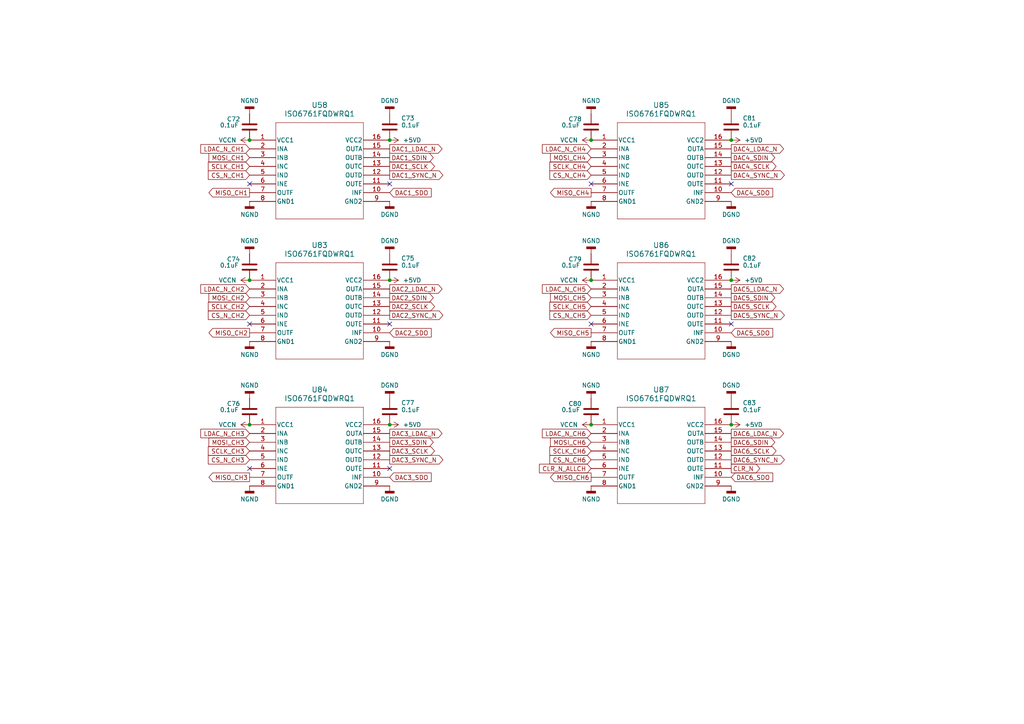
<source format=kicad_sch>
(kicad_sch (version 20250114) (generator "eeschema") (generator_version "9.0")
  (paper "A4")
  (lib_symbols
    (symbol "Device:C" (pin_numbers (hide yes)) (pin_names (offset 0.254))
      (property "Reference" "C" (at 0.635 2.54 0))
      (property "Value" "C" (at 0.635 -2.54 0))
      (symbol "C_0_1"
        (polyline (pts (xy -2.032 0.762) (xy 2.032 0.762)) (stroke (width 0.508)))
        (polyline (pts (xy -2.032 -0.762) (xy 2.032 -0.762)) (stroke (width 0.508)))
      )
      (symbol "C_1_1"
        (pin passive line (at 0 3.81 270) (length 2.794) (name "~") (number "1"))
        (pin passive line (at 0 -3.81 90) (length 2.794) (name "~") (number "2"))
      )
    )
    (symbol "ISO6761FQDWRQ1_1" (pin_names (offset 0.254))
      (property "Reference" "U58" (at 20.32 10.16 0))
      (property "Value" "ISO6761FQDWRQ1" (at 20.32 7.62 0))
      (symbol "ISO6761FQDWRQ1_1_0_1"
        (polyline (pts (xy 7.62 5.08) (xy 7.62 -22.86)) (stroke (width 0.127)))
        (polyline (pts (xy 7.62 -22.86) (xy 33.02 -22.86)) (stroke (width 0.127)))
        (polyline (pts (xy 33.02 5.08) (xy 7.62 5.08)) (stroke (width 0.127)))
        (polyline (pts (xy 33.02 -22.86) (xy 33.02 5.08)) (stroke (width 0.127)))
        (pin power_in line (at 0 0 0) (length 7.62) (name "VCC1") (number "1"))
        (pin input line (at 0 -2.54 0) (length 7.62) (name "INA") (number "2"))
        (pin input line (at 0 -5.08 0) (length 7.62) (name "INB") (number "3"))
        (pin input line (at 0 -7.62 0) (length 7.62) (name "INC") (number "4"))
        (pin input line (at 0 -10.16 0) (length 7.62) (name "IND") (number "5"))
        (pin output line (at 0 -15.24 0) (length 7.62) (name "OUTF") (number "7"))
        (pin passive line (at 0 -17.78 0) (length 7.62) (name "GND1") (number "8"))
        (pin power_in line (at 40.64 0 180) (length 7.62) (name "VCC2") (number "16"))
        (pin output line (at 40.64 -2.54 180) (length 7.62) (name "OUTA") (number "15"))
        (pin output line (at 40.64 -5.08 180) (length 7.62) (name "OUTB") (number "14"))
        (pin output line (at 40.64 -7.62 180) (length 7.62) (name "OUTC") (number "13"))
        (pin output line (at 40.64 -10.16 180) (length 7.62) (name "OUTD") (number "12"))
        (pin input line (at 40.64 -15.24 180) (length 7.62) (name "INF") (number "10"))
        (pin passive line (at 40.64 -17.78 180) (length 7.62) (name "GND2") (number "9"))
      )
      (symbol "ISO6761FQDWRQ1_1_1_1"
        (pin input line (at 0 -12.7 0) (length 7.62) (name "INE") (number "6"))
        (pin output line (at 40.64 -12.7 180) (length 7.62) (name "OUTE") (number "11"))
      )
    )
    (symbol "ISO6761FQDWRQ1_2" (pin_names (offset 0.254))
      (property "Reference" "U83" (at 20.32 10.16 0))
      (property "Value" "ISO6761FQDWRQ1" (at 20.32 7.62 0))
      (symbol "ISO6761FQDWRQ1_2_0_1"
        (polyline (pts (xy 7.62 5.08) (xy 7.62 -22.86)) (stroke (width 0.127)))
        (polyline (pts (xy 7.62 -22.86) (xy 33.02 -22.86)) (stroke (width 0.127)))
        (polyline (pts (xy 33.02 5.08) (xy 7.62 5.08)) (stroke (width 0.127)))
        (polyline (pts (xy 33.02 -22.86) (xy 33.02 5.08)) (stroke (width 0.127)))
        (pin power_in line (at 0 0 0) (length 7.62) (name "VCC1") (number "1"))
        (pin input line (at 0 -2.54 0) (length 7.62) (name "INA") (number "2"))
        (pin input line (at 0 -5.08 0) (length 7.62) (name "INB") (number "3"))
        (pin input line (at 0 -7.62 0) (length 7.62) (name "INC") (number "4"))
        (pin input line (at 0 -10.16 0) (length 7.62) (name "IND") (number "5"))
        (pin output line (at 0 -15.24 0) (length 7.62) (name "OUTF") (number "7"))
        (pin passive line (at 0 -17.78 0) (length 7.62) (name "GND1") (number "8"))
        (pin power_in line (at 40.64 0 180) (length 7.62) (name "VCC2") (number "16"))
        (pin output line (at 40.64 -2.54 180) (length 7.62) (name "OUTA") (number "15"))
        (pin output line (at 40.64 -5.08 180) (length 7.62) (name "OUTB") (number "14"))
        (pin output line (at 40.64 -7.62 180) (length 7.62) (name "OUTC") (number "13"))
        (pin output line (at 40.64 -10.16 180) (length 7.62) (name "OUTD") (number "12"))
        (pin input line (at 40.64 -15.24 180) (length 7.62) (name "INF") (number "10"))
        (pin passive line (at 40.64 -17.78 180) (length 7.62) (name "GND2") (number "9"))
      )
      (symbol "ISO6761FQDWRQ1_2_1_1"
        (pin input line (at 0 -12.7 0) (length 7.62) (name "INE") (number "6"))
        (pin output line (at 40.64 -12.7 180) (length 7.62) (name "OUTE") (number "11"))
      )
    )
    (symbol "power:+3V3" (power) (pin_numbers (hide yes)) (pin_names (offset 0) (hide yes))
      (property "Value" "+3V3" (at 0 3.556 0))
      (symbol "+3V3_0_1"
        (polyline (pts (xy -0.762 1.27) (xy 0 2.54)))
        (polyline (pts (xy 0 2.54) (xy 0.762 1.27)))
        (polyline (pts (xy 0 0) (xy 0 2.54)))
      )
      (symbol "+3V3_1_1"
        (pin power_in line (at 0 0 90) (length 0) (name "~") (number "1"))
      )
    )
    (symbol "power:GNDD" (power) (pin_numbers (hide yes)) (pin_names (offset 0) (hide yes))
      (property "Value" "GNDD" (at 0 -3.175 0))
      (symbol "GNDD_0_1"
        (rectangle (start -1.27 -1.524) (end 1.27 -2.032) (stroke (width 0.254)) (fill (type outline)))
        (polyline (pts (xy 0 0) (xy 0 -1.524)))
      )
      (symbol "GNDD_1_1"
        (pin power_in line (at 0 0 270) (length 0) (name "~") (number "1"))
      )
    )
  )
  (junction (at 113.03 81.28))
  (junction (at 212.09 40.64))
  (junction (at 171.45 40.64))
  (junction (at 113.03 40.64))
  (junction (at 212.09 81.28))
  (junction (at 212.09 123.19))
  (junction (at 72.39 123.19))
  (junction (at 171.45 123.19))
  (junction (at 72.39 81.28))
  (junction (at 171.45 81.28))
  (junction (at 72.39 40.64))
  (junction (at 113.03 123.19))
  (no_connect (at 72.39 53.34))
  (no_connect (at 113.03 53.34))
  (no_connect (at 113.03 93.98))
  (no_connect (at 212.09 93.98))
  (no_connect (at 212.09 53.34))
  (no_connect (at 171.45 93.98))
  (no_connect (at 171.45 53.34))
  (no_connect (at 72.39 93.98))
  (no_connect (at 72.39 135.89))
  (no_connect (at 113.03 135.89))
  (global_label "CS_N_CH2" (shape input) (at 72.39 91.44 180) (property "Intersheetrefs" "${INTERSHEET_REFS}" (effects (hide yes))))
  (global_label "LDAC_N_CH6" (shape input) (at 171.45 125.73 180) (property "Intersheetrefs" "${INTERSHEET_REFS}" (effects (hide yes))))
  (global_label "CS_N_CH4" (shape input) (at 171.45 50.8 180) (property "Intersheetrefs" "${INTERSHEET_REFS}" (effects (hide yes))))
  (global_label "SCLK_CH1" (shape input) (at 72.39 48.26 180) (property "Intersheetrefs" "${INTERSHEET_REFS}" (effects (hide yes))))
  (global_label "DAC4_SDIN" (shape output) (at 212.09 45.72 0) (property "Intersheetrefs" "${INTERSHEET_REFS}" (effects (hide yes))))
  (global_label "MISO_CH1" (shape output) (at 72.39 55.88 180) (property "Intersheetrefs" "${INTERSHEET_REFS}" (effects (hide yes))))
  (global_label "DAC3_SYNC_N" (shape output) (at 113.03 133.35 0) (property "Intersheetrefs" "${INTERSHEET_REFS}" (effects (hide yes))))
  (global_label "DAC1_SDIN" (shape output) (at 113.03 45.72 0) (property "Intersheetrefs" "${INTERSHEET_REFS}" (effects (hide yes))))
  (global_label "MISO_CH3" (shape output) (at 72.39 138.43 180) (property "Intersheetrefs" "${INTERSHEET_REFS}" (effects (hide yes))))
  (global_label "SCLK_CH2" (shape input) (at 72.39 88.9 180) (property "Intersheetrefs" "${INTERSHEET_REFS}" (effects (hide yes))))
  (global_label "SCLK_CH4" (shape input) (at 171.45 48.26 180) (property "Intersheetrefs" "${INTERSHEET_REFS}" (effects (hide yes))))
  (global_label "LDAC_N_CH2" (shape input) (at 72.39 83.82 180) (property "Intersheetrefs" "${INTERSHEET_REFS}" (effects (hide yes))))
  (global_label "LDAC_N_CH1" (shape input) (at 72.39 43.18 180) (property "Intersheetrefs" "${INTERSHEET_REFS}" (effects (hide yes))))
  (global_label "MOSI_CH1" (shape input) (at 72.39 45.72 180) (property "Intersheetrefs" "${INTERSHEET_REFS}" (effects (hide yes))))
  (global_label "DAC5_LDAC_N" (shape output) (at 212.09 83.82 0) (property "Intersheetrefs" "${INTERSHEET_REFS}" (effects (hide yes))))
  (global_label "DAC2_SDIN" (shape output) (at 113.03 86.36 0) (property "Intersheetrefs" "${INTERSHEET_REFS}" (effects (hide yes))))
  (global_label "CLR_N_ALLCH" (shape input) (at 171.45 135.89 180) (property "Intersheetrefs" "${INTERSHEET_REFS}" (effects (hide yes))))
  (global_label "DAC2_SCLK" (shape output) (at 113.03 88.9 0) (property "Intersheetrefs" "${INTERSHEET_REFS}" (effects (hide yes))))
  (global_label "DAC1_LDAC_N" (shape output) (at 113.03 43.18 0) (property "Intersheetrefs" "${INTERSHEET_REFS}" (effects (hide yes))))
  (global_label "DAC2_SYNC_N" (shape output) (at 113.03 91.44 0) (property "Intersheetrefs" "${INTERSHEET_REFS}" (effects (hide yes))))
  (global_label "DAC6_SYNC_N" (shape output) (at 212.09 133.35 0) (property "Intersheetrefs" "${INTERSHEET_REFS}" (effects (hide yes))))
  (global_label "DAC4_SYNC_N" (shape output) (at 212.09 50.8 0) (property "Intersheetrefs" "${INTERSHEET_REFS}" (effects (hide yes))))
  (global_label "DAC6_LDAC_N" (shape output) (at 212.09 125.73 0) (property "Intersheetrefs" "${INTERSHEET_REFS}" (effects (hide yes))))
  (global_label "CS_N_CH1" (shape input) (at 72.39 50.8 180) (property "Intersheetrefs" "${INTERSHEET_REFS}" (effects (hide yes))))
  (global_label "MISO_CH5" (shape output) (at 171.45 96.52 180) (property "Intersheetrefs" "${INTERSHEET_REFS}" (effects (hide yes))))
  (global_label "MOSI_CH3" (shape input) (at 72.39 128.27 180) (property "Intersheetrefs" "${INTERSHEET_REFS}" (effects (hide yes))))
  (global_label "DAC5_SYNC_N" (shape output) (at 212.09 91.44 0) (property "Intersheetrefs" "${INTERSHEET_REFS}" (effects (hide yes))))
  (global_label "DAC4_SCLK" (shape output) (at 212.09 48.26 0) (property "Intersheetrefs" "${INTERSHEET_REFS}" (effects (hide yes))))
  (global_label "MOSI_CH5" (shape input) (at 171.45 86.36 180) (property "Intersheetrefs" "${INTERSHEET_REFS}" (effects (hide yes))))
  (global_label "DAC5_SDO" (shape input) (at 212.09 96.52 0) (property "Intersheetrefs" "${INTERSHEET_REFS}" (effects (hide yes))))
  (global_label "LDAC_N_CH4" (shape input) (at 171.45 43.18 180) (property "Intersheetrefs" "${INTERSHEET_REFS}" (effects (hide yes))))
  (global_label "MISO_CH2" (shape output) (at 72.39 96.52 180) (property "Intersheetrefs" "${INTERSHEET_REFS}" (effects (hide yes))))
  (global_label "DAC4_LDAC_N" (shape output) (at 212.09 43.18 0) (property "Intersheetrefs" "${INTERSHEET_REFS}" (effects (hide yes))))
  (global_label "DAC6_SDIN" (shape output) (at 212.09 128.27 0) (property "Intersheetrefs" "${INTERSHEET_REFS}" (effects (hide yes))))
  (global_label "CS_N_CH3" (shape input) (at 72.39 133.35 180) (property "Intersheetrefs" "${INTERSHEET_REFS}" (effects (hide yes))))
  (global_label "SCLK_CH6" (shape input) (at 171.45 130.81 180) (property "Intersheetrefs" "${INTERSHEET_REFS}" (effects (hide yes))))
  (global_label "LDAC_N_CH5" (shape input) (at 171.45 83.82 180) (property "Intersheetrefs" "${INTERSHEET_REFS}" (effects (hide yes))))
  (global_label "DAC1_SCLK" (shape output) (at 113.03 48.26 0) (property "Intersheetrefs" "${INTERSHEET_REFS}" (effects (hide yes))))
  (global_label "DAC6_SCLK" (shape output) (at 212.09 130.81 0) (property "Intersheetrefs" "${INTERSHEET_REFS}" (effects (hide yes))))
  (global_label "DAC1_SDO" (shape input) (at 113.03 55.88 0) (property "Intersheetrefs" "${INTERSHEET_REFS}" (effects (hide yes))))
  (global_label "DAC6_SDO" (shape input) (at 212.09 138.43 0) (property "Intersheetrefs" "${INTERSHEET_REFS}" (effects (hide yes))))
  (global_label "DAC3_SDO" (shape input) (at 113.03 138.43 0) (property "Intersheetrefs" "${INTERSHEET_REFS}" (effects (hide yes))))
  (global_label "MOSI_CH4" (shape input) (at 171.45 45.72 180) (property "Intersheetrefs" "${INTERSHEET_REFS}" (effects (hide yes))))
  (global_label "DAC4_SDO" (shape input) (at 212.09 55.88 0) (property "Intersheetrefs" "${INTERSHEET_REFS}" (effects (hide yes))))
  (global_label "MOSI_CH2" (shape input) (at 72.39 86.36 180) (property "Intersheetrefs" "${INTERSHEET_REFS}" (effects (hide yes))))
  (global_label "MISO_CH4" (shape output) (at 171.45 55.88 180) (property "Intersheetrefs" "${INTERSHEET_REFS}" (effects (hide yes))))
  (global_label "DAC2_LDAC_N" (shape output) (at 113.03 83.82 0) (property "Intersheetrefs" "${INTERSHEET_REFS}" (effects (hide yes))))
  (global_label "DAC5_SCLK" (shape output) (at 212.09 88.9 0) (property "Intersheetrefs" "${INTERSHEET_REFS}" (effects (hide yes))))
  (global_label "MISO_CH6" (shape output) (at 171.45 138.43 180) (property "Intersheetrefs" "${INTERSHEET_REFS}" (effects (hide yes))))
  (global_label "DAC3_SCLK" (shape output) (at 113.03 130.81 0) (property "Intersheetrefs" "${INTERSHEET_REFS}" (effects (hide yes))))
  (global_label "CS_N_CH6" (shape input) (at 171.45 133.35 180) (property "Intersheetrefs" "${INTERSHEET_REFS}" (effects (hide yes))))
  (global_label "DAC3_LDAC_N" (shape output) (at 113.03 125.73 0) (property "Intersheetrefs" "${INTERSHEET_REFS}" (effects (hide yes))))
  (global_label "MOSI_CH6" (shape input) (at 171.45 128.27 180) (property "Intersheetrefs" "${INTERSHEET_REFS}" (effects (hide yes))))
  (global_label "DAC5_SDIN" (shape output) (at 212.09 86.36 0) (property "Intersheetrefs" "${INTERSHEET_REFS}" (effects (hide yes))))
  (global_label "DAC3_SDIN" (shape output) (at 113.03 128.27 0) (property "Intersheetrefs" "${INTERSHEET_REFS}" (effects (hide yes))))
  (global_label "CLR_N" (shape output) (at 212.09 135.89 0) (property "Intersheetrefs" "${INTERSHEET_REFS}" (effects (hide yes))))
  (global_label "CS_N_CH5" (shape input) (at 171.45 91.44 180) (property "Intersheetrefs" "${INTERSHEET_REFS}" (effects (hide yes))))
  (global_label "LDAC_N_CH3" (shape input) (at 72.39 125.73 180) (property "Intersheetrefs" "${INTERSHEET_REFS}" (effects (hide yes))))
  (global_label "DAC2_SDO" (shape input) (at 113.03 96.52 0) (property "Intersheetrefs" "${INTERSHEET_REFS}" (effects (hide yes))))
  (global_label "SCLK_CH5" (shape input) (at 171.45 88.9 180) (property "Intersheetrefs" "${INTERSHEET_REFS}" (effects (hide yes))))
  (global_label "DAC1_SYNC_N" (shape output) (at 113.03 50.8 0) (property "Intersheetrefs" "${INTERSHEET_REFS}" (effects (hide yes))))
  (global_label "SCLK_CH3" (shape input) (at 72.39 130.81 180) (property "Intersheetrefs" "${INTERSHEET_REFS}" (effects (hide yes))))
  (symbol (lib_id "power:GNDD") (at 113.03 99.06 0) (unit 1)
    (property "Reference" "#PWR0309" (effects (hide yes)))
    (property "Value" "DGND" (at 113.03 102.87 0))
    (property "Description" "Power symbol creates a global label with name \"GNDD\" , digital ground" (effects (hide yes)))
  )
  (symbol (lib_name "ISO6761FQDWRQ1_2") (lib_id "2025-11-20_00-47-15:ISO6761FQDWRQ1") (at 72.39 81.28 0) (unit 1)
    (property "Reference" "U83" (at 92.71 71.12 0) (effects (font (size 1.524 1.524))))
    (property "Value" "ISO6761FQDWRQ1" (at 92.71 73.66 0) (effects (font (size 1.524 1.524))))
    (property "Footprint" "Package_SO:SOIC-16W_7.5x10.3mm_P1.27mm" (effects (hide yes)))
    (property "Datasheet" "https://www.ti.com/lit/gpn/iso6761-q1" (effects (hide yes)))
  )
  (symbol (lib_id "power:+3V3") (at 171.45 40.64 90) (unit 1)
    (property "Reference" "#PWR0317" (effects (hide yes)))
    (property "Value" "VCCN" (at 167.64 40.6399 90) (effects (justify left)))
    (property "Description" "Power symbol creates a global label with name \"+3V3\"" (effects (hide yes)))
  )
  (symbol (lib_id "power:GNDD") (at 72.39 73.66 0) (mirror x) (unit 1)
    (property "Reference" "#PWR0304" (effects (hide yes)))
    (property "Value" "NGND" (at 72.39 69.85 0))
    (property "Description" "Power symbol creates a global label with name \"GNDD\" , digital ground" (effects (hide yes)))
  )
  (symbol (lib_id "power:+3V3") (at 72.39 40.64 90) (unit 1)
    (property "Reference" "#PWR0299" (effects (hide yes)))
    (property "Value" "VCCN" (at 68.58 40.6399 90) (effects (justify left)))
    (property "Description" "Power symbol creates a global label with name \"+3V3\"" (effects (hide yes)))
  )
  (symbol (lib_id "power:+3V3") (at 212.09 40.64 270) (unit 1)
    (property "Reference" "#PWR0326" (effects (hide yes)))
    (property "Value" "+5VD" (at 215.9 40.6401 90) (effects (justify left)))
    (property "Description" "Power symbol creates a global label with name \"+3V3\"" (effects (hide yes)))
  )
  (symbol (lib_id "Device:C") (at 113.03 77.47 0) (unit 1)
    (property "Reference" "C75" (at 116.332 74.93 0) (effects (justify left)))
    (property "Value" "0.1uF" (at 116.332 76.962 0) (effects (justify left)))
    (property "Footprint" "Capacitor_SMD:C_0402_1005Metric_Pad0.74x0.62mm_HandSolder" (effects (hide yes)))
    (property "Description" "Unpolarized capacitor" (effects (hide yes)))
  )
  (symbol (lib_id "power:GNDD") (at 72.39 58.42 0) (unit 1)
    (property "Reference" "#PWR0300" (effects (hide yes)))
    (property "Value" "NGND" (at 72.39 62.23 0))
    (property "Description" "Power symbol creates a global label with name \"GNDD\" , digital ground" (effects (hide yes)))
  )
  (symbol (lib_name "ISO6761FQDWRQ1_2") (lib_id "2025-11-20_00-47-15:ISO6761FQDWRQ1") (at 171.45 81.28 0) (unit 1)
    (property "Reference" "U86" (at 191.77 71.12 0) (effects (font (size 1.524 1.524))))
    (property "Value" "ISO6761FQDWRQ1" (at 191.77 73.66 0) (effects (font (size 1.524 1.524))))
    (property "Footprint" "Package_SO:SOIC-16W_7.5x10.3mm_P1.27mm" (effects (hide yes)))
    (property "Datasheet" "https://www.ti.com/lit/gpn/iso6761-q1" (effects (hide yes)))
  )
  (symbol (lib_id "power:GNDD") (at 72.39 33.02 0) (mirror x) (unit 1)
    (property "Reference" "#PWR0298" (effects (hide yes)))
    (property "Value" "NGND" (at 72.39 29.21 0))
    (property "Description" "Power symbol creates a global label with name \"GNDD\" , digital ground" (effects (hide yes)))
  )
  (symbol (lib_id "Device:C") (at 212.09 119.38 0) (unit 1)
    (property "Reference" "C83" (at 215.392 116.84 0) (effects (justify left)))
    (property "Value" "0.1uF" (at 215.392 118.872 0) (effects (justify left)))
    (property "Footprint" "Capacitor_SMD:C_0402_1005Metric_Pad0.74x0.62mm_HandSolder" (effects (hide yes)))
    (property "Description" "Unpolarized capacitor" (effects (hide yes)))
  )
  (symbol (lib_name "ISO6761FQDWRQ1_2") (lib_id "2025-11-20_00-47-15:ISO6761FQDWRQ1") (at 72.39 123.19 0) (unit 1)
    (property "Reference" "U84" (at 92.71 113.03 0) (effects (font (size 1.524 1.524))))
    (property "Value" "ISO6761FQDWRQ1" (at 92.71 115.57 0) (effects (font (size 1.524 1.524))))
    (property "Footprint" "Package_SO:SOIC-16W_7.5x10.3mm_P1.27mm" (effects (hide yes)))
    (property "Datasheet" "https://www.ti.com/lit/gpn/iso6761-q1" (effects (hide yes)))
  )
  (symbol (lib_id "power:GNDD") (at 212.09 73.66 0) (mirror x) (unit 1)
    (property "Reference" "#PWR0328" (effects (hide yes)))
    (property "Value" "DGND" (at 212.09 69.85 0))
    (property "Description" "Power symbol creates a global label with name \"GNDD\" , digital ground" (effects (hide yes)))
  )
  (symbol (lib_id "Device:C") (at 171.45 36.83 0) (unit 1)
    (property "Reference" "C78" (at 164.846 34.544 0) (effects (justify left)))
    (property "Value" "0.1uF" (at 162.814 36.322 0) (effects (justify left)))
    (property "Footprint" "Capacitor_SMD:C_0402_1005Metric_Pad0.74x0.62mm_HandSolder" (effects (hide yes)))
    (property "Description" "Unpolarized capacitor" (effects (hide yes)))
  )
  (symbol (lib_id "Device:C") (at 171.45 77.47 0) (unit 1)
    (property "Reference" "C79" (at 164.846 75.184 0) (effects (justify left)))
    (property "Value" "0.1uF" (at 162.814 76.962 0) (effects (justify left)))
    (property "Footprint" "Capacitor_SMD:C_0402_1005Metric_Pad0.74x0.62mm_HandSolder" (effects (hide yes)))
    (property "Description" "Unpolarized capacitor" (effects (hide yes)))
  )
  (symbol (lib_id "power:GNDD") (at 212.09 99.06 0) (unit 1)
    (property "Reference" "#PWR0330" (effects (hide yes)))
    (property "Value" "DGND" (at 212.09 102.87 0))
    (property "Description" "Power symbol creates a global label with name \"GNDD\" , digital ground" (effects (hide yes)))
  )
  (symbol (lib_id "power:GNDD") (at 113.03 33.02 0) (mirror x) (unit 1)
    (property "Reference" "#PWR0301" (effects (hide yes)))
    (property "Value" "DGND" (at 113.03 29.21 0))
    (property "Description" "Power symbol creates a global label with name \"GNDD\" , digital ground" (effects (hide yes)))
  )
  (symbol (lib_name "ISO6761FQDWRQ1_1") (lib_id "2025-11-20_00-47-15:ISO6761FQDWRQ1") (at 72.39 40.64 0) (unit 1)
    (property "Reference" "U58" (at 92.71 30.48 0) (effects (font (size 1.524 1.524))))
    (property "Value" "ISO6761FQDWRQ1" (at 92.71 33.02 0) (effects (font (size 1.524 1.524))))
    (property "Footprint" "Package_SO:SOIC-16W_7.5x10.3mm_P1.27mm" (effects (hide yes)))
    (property "Datasheet" "https://www.ti.com/lit/gpn/iso6761-q1" (effects (hide yes)))
  )
  (symbol (lib_id "Device:C") (at 72.39 77.47 0) (unit 1)
    (property "Reference" "C74" (at 65.786 75.184 0) (effects (justify left)))
    (property "Value" "0.1uF" (at 63.754 76.962 0) (effects (justify left)))
    (property "Footprint" "Capacitor_SMD:C_0402_1005Metric_Pad0.74x0.62mm_HandSolder" (effects (hide yes)))
    (property "Description" "Unpolarized capacitor" (effects (hide yes)))
  )
  (symbol (lib_id "power:+3V3") (at 113.03 81.28 270) (unit 1)
    (property "Reference" "#PWR0308" (effects (hide yes)))
    (property "Value" "+5VD" (at 116.84 81.2801 90) (effects (justify left)))
    (property "Description" "Power symbol creates a global label with name \"+3V3\"" (effects (hide yes)))
  )
  (symbol (lib_id "power:+3V3") (at 113.03 123.19 270) (unit 1)
    (property "Reference" "#PWR0314" (effects (hide yes)))
    (property "Value" "+5VD" (at 116.84 123.1901 90) (effects (justify left)))
    (property "Description" "Power symbol creates a global label with name \"+3V3\"" (effects (hide yes)))
  )
  (symbol (lib_name "ISO6761FQDWRQ1_2") (lib_id "2025-11-20_00-47-15:ISO6761FQDWRQ1") (at 171.45 123.19 0) (unit 1)
    (property "Reference" "U87" (at 191.77 113.03 0) (effects (font (size 1.524 1.524))))
    (property "Value" "ISO6761FQDWRQ1" (at 191.77 115.57 0) (effects (font (size 1.524 1.524))))
    (property "Footprint" "Package_SO:SOIC-16W_7.5x10.3mm_P1.27mm" (effects (hide yes)))
    (property "Datasheet" "https://www.ti.com/lit/gpn/iso6761-q1" (effects (hide yes)))
  )
  (symbol (lib_id "power:GNDD") (at 113.03 58.42 0) (unit 1)
    (property "Reference" "#PWR0303" (effects (hide yes)))
    (property "Value" "DGND" (at 113.03 62.23 0))
    (property "Description" "Power symbol creates a global label with name \"GNDD\" , digital ground" (effects (hide yes)))
  )
  (symbol (lib_id "Device:C") (at 72.39 36.83 0) (unit 1)
    (property "Reference" "C72" (at 65.786 34.544 0) (effects (justify left)))
    (property "Value" "0.1uF" (at 63.754 36.322 0) (effects (justify left)))
    (property "Footprint" "Capacitor_SMD:C_0402_1005Metric_Pad0.74x0.62mm_HandSolder" (effects (hide yes)))
    (property "Description" "Unpolarized capacitor" (effects (hide yes)))
  )
  (symbol (lib_id "power:GNDD") (at 171.45 73.66 0) (mirror x) (unit 1)
    (property "Reference" "#PWR0319" (effects (hide yes)))
    (property "Value" "NGND" (at 171.45 69.85 0))
    (property "Description" "Power symbol creates a global label with name \"GNDD\" , digital ground" (effects (hide yes)))
  )
  (symbol (lib_id "power:GNDD") (at 212.09 33.02 0) (mirror x) (unit 1)
    (property "Reference" "#PWR0325" (effects (hide yes)))
    (property "Value" "DGND" (at 212.09 29.21 0))
    (property "Description" "Power symbol creates a global label with name \"GNDD\" , digital ground" (effects (hide yes)))
  )
  (symbol (lib_id "power:GNDD") (at 171.45 33.02 0) (mirror x) (unit 1)
    (property "Reference" "#PWR0316" (effects (hide yes)))
    (property "Value" "NGND" (at 171.45 29.21 0))
    (property "Description" "Power symbol creates a global label with name \"GNDD\" , digital ground" (effects (hide yes)))
  )
  (symbol (lib_id "power:GNDD") (at 212.09 140.97 0) (unit 1)
    (property "Reference" "#PWR0333" (effects (hide yes)))
    (property "Value" "DGND" (at 212.09 144.78 0))
    (property "Description" "Power symbol creates a global label with name \"GNDD\" , digital ground" (effects (hide yes)))
  )
  (symbol (lib_id "power:+3V3") (at 113.03 40.64 270) (unit 1)
    (property "Reference" "#PWR0302" (effects (hide yes)))
    (property "Value" "+5VD" (at 116.84 40.6401 90) (effects (justify left)))
    (property "Description" "Power symbol creates a global label with name \"+3V3\"" (effects (hide yes)))
  )
  (symbol (lib_id "Device:C") (at 212.09 77.47 0) (unit 1)
    (property "Reference" "C82" (at 215.392 74.93 0) (effects (justify left)))
    (property "Value" "0.1uF" (at 215.392 76.962 0) (effects (justify left)))
    (property "Footprint" "Capacitor_SMD:C_0402_1005Metric_Pad0.74x0.62mm_HandSolder" (effects (hide yes)))
    (property "Description" "Unpolarized capacitor" (effects (hide yes)))
  )
  (symbol (lib_id "power:+3V3") (at 171.45 81.28 90) (unit 1)
    (property "Reference" "#PWR0320" (effects (hide yes)))
    (property "Value" "VCCN" (at 167.64 81.2799 90) (effects (justify left)))
    (property "Description" "Power symbol creates a global label with name \"+3V3\"" (effects (hide yes)))
  )
  (symbol (lib_id "power:GNDD") (at 171.45 99.06 0) (unit 1)
    (property "Reference" "#PWR0321" (effects (hide yes)))
    (property "Value" "NGND" (at 171.45 102.87 0))
    (property "Description" "Power symbol creates a global label with name \"GNDD\" , digital ground" (effects (hide yes)))
  )
  (symbol (lib_id "power:GNDD") (at 171.45 140.97 0) (unit 1)
    (property "Reference" "#PWR0324" (effects (hide yes)))
    (property "Value" "NGND" (at 171.45 144.78 0))
    (property "Description" "Power symbol creates a global label with name \"GNDD\" , digital ground" (effects (hide yes)))
  )
  (symbol (lib_id "power:+3V3") (at 212.09 81.28 270) (unit 1)
    (property "Reference" "#PWR0329" (effects (hide yes)))
    (property "Value" "+5VD" (at 215.9 81.2801 90) (effects (justify left)))
    (property "Description" "Power symbol creates a global label with name \"+3V3\"" (effects (hide yes)))
  )
  (symbol (lib_id "power:+3V3") (at 72.39 123.19 90) (unit 1)
    (property "Reference" "#PWR0311" (effects (hide yes)))
    (property "Value" "VCCN" (at 68.58 123.1899 90) (effects (justify left)))
    (property "Description" "Power symbol creates a global label with name \"+3V3\"" (effects (hide yes)))
  )
  (symbol (lib_id "power:GNDD") (at 113.03 140.97 0) (unit 1)
    (property "Reference" "#PWR0315" (effects (hide yes)))
    (property "Value" "DGND" (at 113.03 144.78 0))
    (property "Description" "Power symbol creates a global label with name \"GNDD\" , digital ground" (effects (hide yes)))
  )
  (symbol (lib_id "power:GNDD") (at 113.03 115.57 0) (mirror x) (unit 1)
    (property "Reference" "#PWR0313" (effects (hide yes)))
    (property "Value" "DGND" (at 113.03 111.76 0))
    (property "Description" "Power symbol creates a global label with name \"GNDD\" , digital ground" (effects (hide yes)))
  )
  (symbol (lib_id "Device:C") (at 171.45 119.38 0) (unit 1)
    (property "Reference" "C80" (at 164.846 117.094 0) (effects (justify left)))
    (property "Value" "0.1uF" (at 162.814 118.872 0) (effects (justify left)))
    (property "Footprint" "Capacitor_SMD:C_0402_1005Metric_Pad0.74x0.62mm_HandSolder" (effects (hide yes)))
    (property "Description" "Unpolarized capacitor" (effects (hide yes)))
  )
  (symbol (lib_id "power:GNDD") (at 72.39 140.97 0) (unit 1)
    (property "Reference" "#PWR0312" (effects (hide yes)))
    (property "Value" "NGND" (at 72.39 144.78 0))
    (property "Description" "Power symbol creates a global label with name \"GNDD\" , digital ground" (effects (hide yes)))
  )
  (symbol (lib_name "ISO6761FQDWRQ1_2") (lib_id "2025-11-20_00-47-15:ISO6761FQDWRQ1") (at 171.45 40.64 0) (unit 1)
    (property "Reference" "U85" (at 191.77 30.48 0) (effects (font (size 1.524 1.524))))
    (property "Value" "ISO6761FQDWRQ1" (at 191.77 33.02 0) (effects (font (size 1.524 1.524))))
    (property "Footprint" "Package_SO:SOIC-16W_7.5x10.3mm_P1.27mm" (effects (hide yes)))
    (property "Datasheet" "https://www.ti.com/lit/gpn/iso6761-q1" (effects (hide yes)))
  )
  (symbol (lib_id "power:GNDD") (at 212.09 58.42 0) (unit 1)
    (property "Reference" "#PWR0327" (effects (hide yes)))
    (property "Value" "DGND" (at 212.09 62.23 0))
    (property "Description" "Power symbol creates a global label with name \"GNDD\" , digital ground" (effects (hide yes)))
  )
  (symbol (lib_id "power:GNDD") (at 171.45 58.42 0) (unit 1)
    (property "Reference" "#PWR0318" (effects (hide yes)))
    (property "Value" "NGND" (at 171.45 62.23 0))
    (property "Description" "Power symbol creates a global label with name \"GNDD\" , digital ground" (effects (hide yes)))
  )
  (symbol (lib_id "Device:C") (at 212.09 36.83 0) (unit 1)
    (property "Reference" "C81" (at 215.392 34.29 0) (effects (justify left)))
    (property "Value" "0.1uF" (at 215.392 36.322 0) (effects (justify left)))
    (property "Footprint" "Capacitor_SMD:C_0402_1005Metric_Pad0.74x0.62mm_HandSolder" (effects (hide yes)))
    (property "Description" "Unpolarized capacitor" (effects (hide yes)))
  )
  (symbol (lib_id "power:GNDD") (at 72.39 115.57 0) (mirror x) (unit 1)
    (property "Reference" "#PWR0310" (effects (hide yes)))
    (property "Value" "NGND" (at 72.39 111.76 0))
    (property "Description" "Power symbol creates a global label with name \"GNDD\" , digital ground" (effects (hide yes)))
  )
  (symbol (lib_id "power:GNDD") (at 72.39 99.06 0) (unit 1)
    (property "Reference" "#PWR0306" (effects (hide yes)))
    (property "Value" "NGND" (at 72.39 102.87 0))
    (property "Description" "Power symbol creates a global label with name \"GNDD\" , digital ground" (effects (hide yes)))
  )
  (symbol (lib_id "power:+3V3") (at 171.45 123.19 90) (unit 1)
    (property "Reference" "#PWR0323" (effects (hide yes)))
    (property "Value" "VCCN" (at 167.64 123.1899 90) (effects (justify left)))
    (property "Description" "Power symbol creates a global label with name \"+3V3\"" (effects (hide yes)))
  )
  (symbol (lib_id "Device:C") (at 113.03 119.38 0) (unit 1)
    (property "Reference" "C77" (at 116.332 116.84 0) (effects (justify left)))
    (property "Value" "0.1uF" (at 116.332 118.872 0) (effects (justify left)))
    (property "Footprint" "Capacitor_SMD:C_0402_1005Metric_Pad0.74x0.62mm_HandSolder" (effects (hide yes)))
    (property "Description" "Unpolarized capacitor" (effects (hide yes)))
  )
  (symbol (lib_id "power:GNDD") (at 171.45 115.57 0) (mirror x) (unit 1)
    (property "Reference" "#PWR0322" (effects (hide yes)))
    (property "Value" "NGND" (at 171.45 111.76 0))
    (property "Description" "Power symbol creates a global label with name \"GNDD\" , digital ground" (effects (hide yes)))
  )
  (symbol (lib_id "Device:C") (at 113.03 36.83 0) (unit 1)
    (property "Reference" "C73" (at 116.332 34.29 0) (effects (justify left)))
    (property "Value" "0.1uF" (at 116.332 36.322 0) (effects (justify left)))
    (property "Footprint" "Capacitor_SMD:C_0402_1005Metric_Pad0.74x0.62mm_HandSolder" (effects (hide yes)))
    (property "Description" "Unpolarized capacitor" (effects (hide yes)))
  )
  (symbol (lib_id "power:+3V3") (at 212.09 123.19 270) (unit 1)
    (property "Reference" "#PWR0332" (effects (hide yes)))
    (property "Value" "+5VD" (at 215.9 123.1901 90) (effects (justify left)))
    (property "Description" "Power symbol creates a global label with name \"+3V3\"" (effects (hide yes)))
  )
  (symbol (lib_id "power:GNDD") (at 212.09 115.57 0) (mirror x) (unit 1)
    (property "Reference" "#PWR0331" (effects (hide yes)))
    (property "Value" "DGND" (at 212.09 111.76 0))
    (property "Description" "Power symbol creates a global label with name \"GNDD\" , digital ground" (effects (hide yes)))
  )
  (symbol (lib_id "Device:C") (at 72.39 119.38 0) (unit 1)
    (property "Reference" "C76" (at 65.786 117.094 0) (effects (justify left)))
    (property "Value" "0.1uF" (at 63.754 118.872 0) (effects (justify left)))
    (property "Footprint" "Capacitor_SMD:C_0402_1005Metric_Pad0.74x0.62mm_HandSolder" (effects (hide yes)))
    (property "Description" "Unpolarized capacitor" (effects (hide yes)))
  )
  (symbol (lib_id "power:GNDD") (at 113.03 73.66 0) (mirror x) (unit 1)
    (property "Reference" "#PWR0307" (effects (hide yes)))
    (property "Value" "DGND" (at 113.03 69.85 0))
    (property "Description" "Power symbol creates a global label with name \"GNDD\" , digital ground" (effects (hide yes)))
  )
  (symbol (lib_id "power:+3V3") (at 72.39 81.28 90) (unit 1)
    (property "Reference" "#PWR0305" (effects (hide yes)))
    (property "Value" "VCCN" (at 68.58 81.2799 90) (effects (justify left)))
    (property "Description" "Power symbol creates a global label with name \"+3V3\"" (effects (hide yes)))
  )
)
</source>
